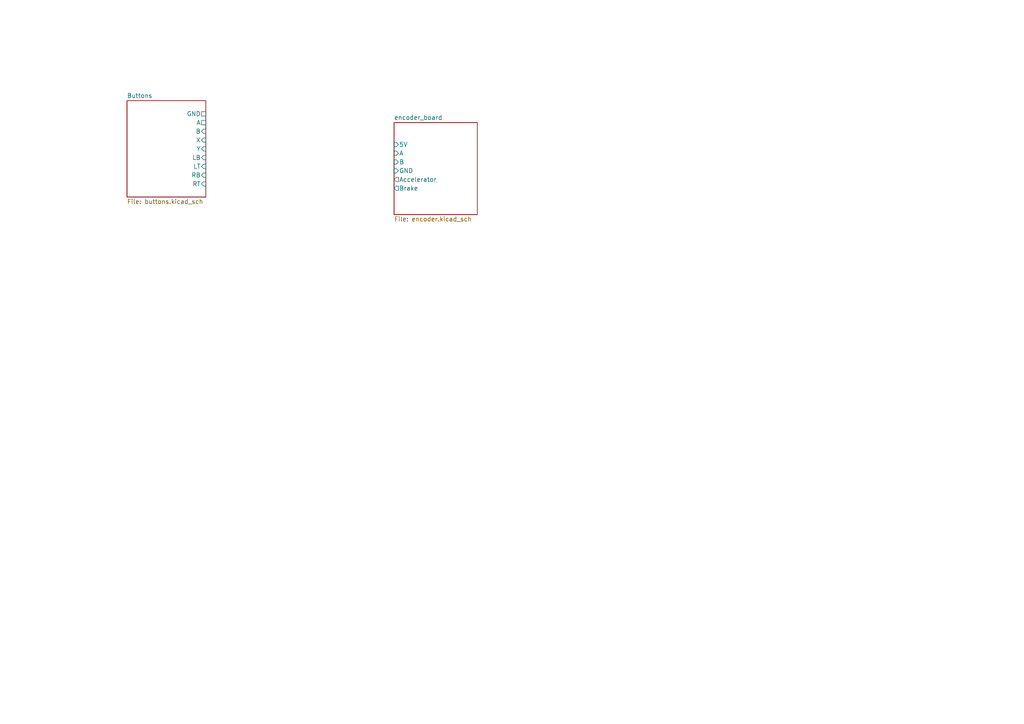
<source format=kicad_sch>
(kicad_sch
	(version 20231120)
	(generator "eeschema")
	(generator_version "8.0")
	(uuid "aa88a43a-cbc2-42ab-af4f-713f5c8a1356")
	(paper "A4")
	(lib_symbols)
	(sheet
		(at 114.3 35.56)
		(size 24.13 26.67)
		(fields_autoplaced yes)
		(stroke
			(width 0.1524)
			(type solid)
		)
		(fill
			(color 0 0 0 0.0000)
		)
		(uuid "1170be54-a9dc-421e-8460-6770bd298f7f")
		(property "Sheetname" "encoder_board"
			(at 114.3 34.8484 0)
			(effects
				(font
					(size 1.27 1.27)
				)
				(justify left bottom)
			)
		)
		(property "Sheetfile" "encoder.kicad_sch"
			(at 114.3 62.8146 0)
			(effects
				(font
					(size 1.27 1.27)
				)
				(justify left top)
			)
		)
		(pin "5V" input
			(at 114.3 41.91 180)
			(effects
				(font
					(size 1.27 1.27)
				)
				(justify left)
			)
			(uuid "a0b2e040-bd0c-4539-bfe6-bb5f259e37cf")
		)
		(pin "A" input
			(at 114.3 44.45 180)
			(effects
				(font
					(size 1.27 1.27)
				)
				(justify left)
			)
			(uuid "c7807754-5e67-4fdf-93a3-57fda714cc72")
		)
		(pin "B" input
			(at 114.3 46.99 180)
			(effects
				(font
					(size 1.27 1.27)
				)
				(justify left)
			)
			(uuid "c88c2dce-a367-4e2d-9339-b7201437047a")
		)
		(pin "GND" input
			(at 114.3 49.53 180)
			(effects
				(font
					(size 1.27 1.27)
				)
				(justify left)
			)
			(uuid "11f3c8f4-65a4-455c-875e-38fe24f0d26c")
		)
		(pin "Accelerator" output
			(at 114.3 52.07 180)
			(effects
				(font
					(size 1.27 1.27)
				)
				(justify left)
			)
			(uuid "c6f29e57-1bc2-4444-ac05-1d185d1a6556")
		)
		(pin "Brake" output
			(at 114.3 54.61 180)
			(effects
				(font
					(size 1.27 1.27)
				)
				(justify left)
			)
			(uuid "4ae3911c-f77f-47c8-bdcd-da4d8ce03f3c")
		)
		(instances
			(project "wheel"
				(path "/aa88a43a-cbc2-42ab-af4f-713f5c8a1356"
					(page "3")
				)
			)
		)
	)
	(sheet
		(at 36.83 29.21)
		(size 22.86 27.94)
		(fields_autoplaced yes)
		(stroke
			(width 0.1524)
			(type solid)
		)
		(fill
			(color 0 0 0 0.0000)
		)
		(uuid "4091ccdc-c80b-49e5-8aa1-a1b14b8f9755")
		(property "Sheetname" "Buttons"
			(at 36.83 28.4984 0)
			(effects
				(font
					(size 1.27 1.27)
				)
				(justify left bottom)
			)
		)
		(property "Sheetfile" "buttons.kicad_sch"
			(at 36.83 57.7346 0)
			(effects
				(font
					(size 1.27 1.27)
				)
				(justify left top)
			)
		)
		(pin "A" passive
			(at 59.69 35.56 0)
			(effects
				(font
					(size 1.27 1.27)
				)
				(justify right)
			)
			(uuid "d1758566-9901-467e-8113-1029c2829c56")
		)
		(pin "GND" passive
			(at 59.69 33.02 0)
			(effects
				(font
					(size 1.27 1.27)
				)
				(justify right)
			)
			(uuid "fc1f30f7-3643-4964-90b4-e56ed06e3cfd")
		)
		(pin "X" input
			(at 59.69 40.64 0)
			(effects
				(font
					(size 1.27 1.27)
				)
				(justify right)
			)
			(uuid "298e9541-40e8-4fbd-8f74-0b04672e70d8")
		)
		(pin "B" input
			(at 59.69 38.1 0)
			(effects
				(font
					(size 1.27 1.27)
				)
				(justify right)
			)
			(uuid "e785fc80-2d74-49ce-bcfc-981f205d7180")
		)
		(pin "Y" input
			(at 59.69 43.18 0)
			(effects
				(font
					(size 1.27 1.27)
				)
				(justify right)
			)
			(uuid "80949147-dc3f-4618-98a6-97263ab75459")
		)
		(pin "LT" input
			(at 59.69 48.26 0)
			(effects
				(font
					(size 1.27 1.27)
				)
				(justify right)
			)
			(uuid "0e5168cd-93f5-49f6-9efe-664dde3d966e")
		)
		(pin "RB" input
			(at 59.69 50.8 0)
			(effects
				(font
					(size 1.27 1.27)
				)
				(justify right)
			)
			(uuid "397bef92-8af9-4441-960b-9871f38fc6de")
		)
		(pin "RT" input
			(at 59.69 53.34 0)
			(effects
				(font
					(size 1.27 1.27)
				)
				(justify right)
			)
			(uuid "33f2428f-f677-4ac3-b890-f421d99bee6d")
		)
		(pin "LB" input
			(at 59.69 45.72 0)
			(effects
				(font
					(size 1.27 1.27)
				)
				(justify right)
			)
			(uuid "9dc8ee84-4c82-4ca7-99c5-1e326de8fdfd")
		)
		(instances
			(project "wheel"
				(path "/aa88a43a-cbc2-42ab-af4f-713f5c8a1356"
					(page "2")
				)
			)
		)
	)
	(sheet_instances
		(path "/"
			(page "1")
		)
	)
)

</source>
